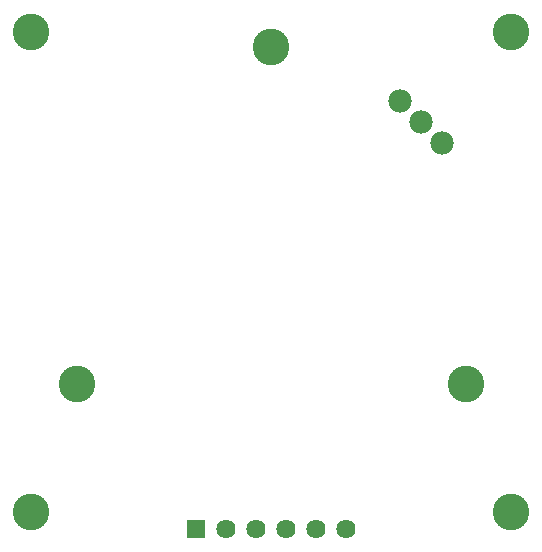
<source format=gbr>
G04 EAGLE Gerber RS-274X export*
G75*
%MOMM*%
%FSLAX34Y34*%
%LPD*%
%INSoldermask Bottom*%
%IPPOS*%
%AMOC8*
5,1,8,0,0,1.08239X$1,22.5*%
G01*
%ADD10C,3.101600*%
%ADD11R,1.625600X1.625600*%
%ADD12C,1.625600*%
%ADD13C,1.981200*%


D10*
X30000Y30000D03*
X436400Y30000D03*
X436400Y436400D03*
X30000Y436400D03*
D11*
X169700Y15000D03*
D12*
X195100Y15000D03*
X220500Y15000D03*
X245900Y15000D03*
X271300Y15000D03*
X296700Y15000D03*
D13*
X342166Y377980D03*
X360127Y360019D03*
X378087Y342059D03*
D10*
X397745Y138200D03*
X68655Y138200D03*
X233200Y423200D03*
M02*

</source>
